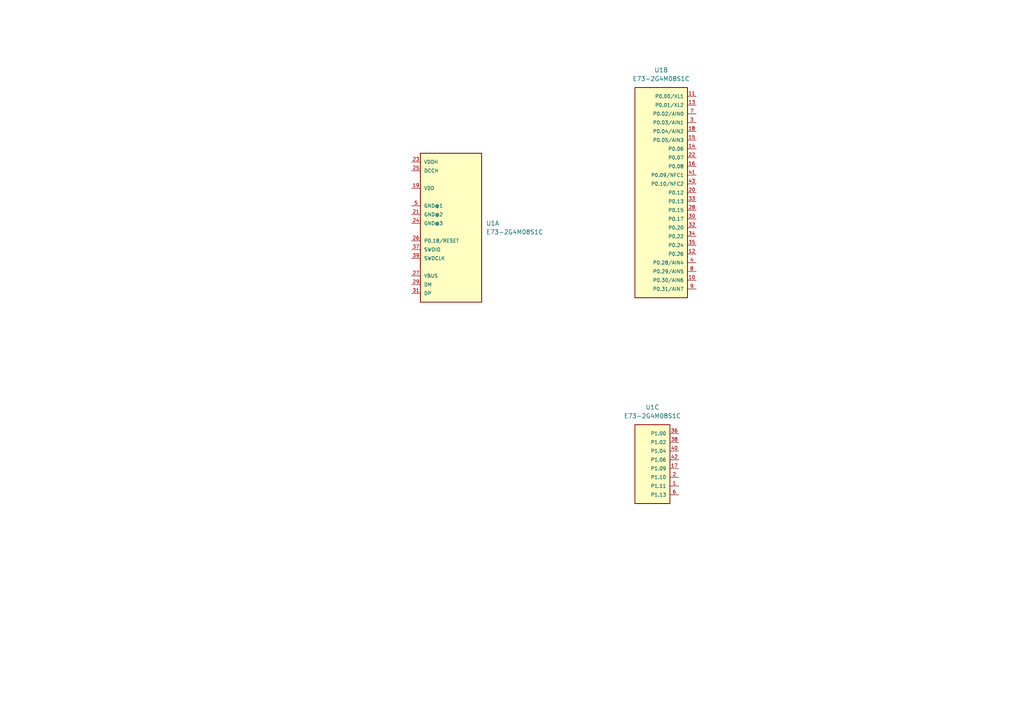
<source format=kicad_sch>
(kicad_sch (version 20230121) (generator eeschema)
  (paper "A4")
  (lib_symbols
    (symbol "E73-2G4M08S1C:E73-2G4M08S1C" (pin_names (offset 1.016))
      (property "Reference" "U" (at -15.24 20.32 0))
      (property "Value" "E73-2G4M08S1C" (at -15.24 -25.4 0))
      (symbol "E73-2G4M08S1C_1_0"
        (rectangle (start -15.24 -22.86) (end 2.54 20.32) (stroke (width 0.254)) (fill (type background)))
        (pin bidirectional line (at -17.78 10.16 0) (length 2.54) (name "VDD") (number "19"))
        (pin bidirectional line (at -17.78 2.54 0) (length 2.54) (name "GND@2") (number "21"))
        (pin bidirectional line (at -17.78 17.78 0) (length 2.54) (name "VDDH") (number "23"))
        (pin bidirectional line (at -17.78 0 0) (length 2.54) (name "GND@3") (number "24"))
        (pin bidirectional line (at -17.78 15.24 0) (length 2.54) (name "DCCH") (number "25"))
        (pin bidirectional line (at -17.78 -5.08 0) (length 2.54) (name "P0.18/RESET") (number "26"))
        (pin bidirectional line (at -17.78 -15.24 0) (length 2.54) (name "VBUS") (number "27"))
        (pin bidirectional line (at -17.78 -17.78 0) (length 2.54) (name "DM") (number "29"))
        (pin bidirectional line (at -17.78 -20.32 0) (length 2.54) (name "DP") (number "31"))
        (pin bidirectional line (at -17.78 -7.62 0) (length 2.54) (name "SWDIO") (number "37"))
        (pin bidirectional line (at -17.78 -10.16 0) (length 2.54) (name "SWDCLK") (number "39"))
        (pin bidirectional line (at -17.78 5.08 0) (length 2.54) (name "GND@1") (number "5"))
      )
      (symbol "E73-2G4M08S1C_2_0"
        (rectangle (start -5.08 -30.48) (end 10.16 30.48) (stroke (width 0.254)) (fill (type background)))
        (pin bidirectional line (at 12.7 -25.4 180) (length 2.54) (name "P0.30/AIN6") (number "10"))
        (pin bidirectional line (at 12.7 27.94 180) (length 2.54) (name "P0.00/XL1") (number "11"))
        (pin bidirectional line (at 12.7 -17.78 180) (length 2.54) (name "P0.26") (number "12"))
        (pin bidirectional line (at 12.7 25.4 180) (length 2.54) (name "P0.01/XL2") (number "13"))
        (pin bidirectional line (at 12.7 12.7 180) (length 2.54) (name "P0.06") (number "14"))
        (pin bidirectional line (at 12.7 15.24 180) (length 2.54) (name "P0.05/AIN3") (number "15"))
        (pin bidirectional line (at 12.7 7.62 180) (length 2.54) (name "P0.08") (number "16"))
        (pin bidirectional line (at 12.7 17.78 180) (length 2.54) (name "P0.04/AIN2") (number "18"))
        (pin bidirectional line (at 12.7 0 180) (length 2.54) (name "P0.12") (number "20"))
        (pin bidirectional line (at 12.7 10.16 180) (length 2.54) (name "P0.07") (number "22"))
        (pin bidirectional line (at 12.7 -5.08 180) (length 2.54) (name "P0.15") (number "28"))
        (pin bidirectional line (at 12.7 20.32 180) (length 2.54) (name "P0.03/AIN1") (number "3"))
        (pin bidirectional line (at 12.7 -7.62 180) (length 2.54) (name "P0.17") (number "30"))
        (pin bidirectional line (at 12.7 -10.16 180) (length 2.54) (name "P0.20") (number "32"))
        (pin bidirectional line (at 12.7 -2.54 180) (length 2.54) (name "P0.13") (number "33"))
        (pin bidirectional line (at 12.7 -12.7 180) (length 2.54) (name "P0.22") (number "34"))
        (pin bidirectional line (at 12.7 -15.24 180) (length 2.54) (name "P0.24") (number "35"))
        (pin bidirectional line (at 12.7 -20.32 180) (length 2.54) (name "P0.28/AIN4") (number "4"))
        (pin bidirectional line (at 12.7 5.08 180) (length 2.54) (name "P0.09/NFC1") (number "41"))
        (pin bidirectional line (at 12.7 2.54 180) (length 2.54) (name "P0.10/NFC2") (number "43"))
        (pin bidirectional line (at 12.7 22.86 180) (length 2.54) (name "P0.02/AIN0") (number "7"))
        (pin bidirectional line (at 12.7 -22.86 180) (length 2.54) (name "P0.29/AIN5") (number "8"))
        (pin bidirectional line (at 12.7 -27.94 180) (length 2.54) (name "P0.31/AIN7") (number "9"))
      )
      (symbol "E73-2G4M08S1C_3_0"
        (rectangle (start -2.54 -12.7) (end 7.62 10.16) (stroke (width 0.254)) (fill (type background)))
        (pin bidirectional line (at 10.16 -7.62 180) (length 2.54) (name "P1.11") (number "1"))
        (pin bidirectional line (at 10.16 -2.54 180) (length 2.54) (name "P1.09") (number "17"))
        (pin bidirectional line (at 10.16 -5.08 180) (length 2.54) (name "P1.10") (number "2"))
        (pin bidirectional line (at 10.16 7.62 180) (length 2.54) (name "P1.00") (number "36"))
        (pin bidirectional line (at 10.16 5.08 180) (length 2.54) (name "P1.02") (number "38"))
        (pin bidirectional line (at 10.16 2.54 180) (length 2.54) (name "P1.04") (number "40"))
        (pin bidirectional line (at 10.16 0 180) (length 2.54) (name "P1.06") (number "42"))
        (pin bidirectional line (at 10.16 -10.16 180) (length 2.54) (name "P1.13") (number "6"))
      )
    )
  )
  (symbol (lib_id "E73-2G4M08S1C:E73-2G4M08S1C") (at 137.16 64.77 0) (unit 1)
    (property "Reference" "U1" (at 140.97 64.77 0) (effects (justify left)))
    (property "Value" "E73-2G4M08S1C" (at 140.97 67.31 0) (effects (justify left)))
    (property "Footprint" "E73-2G4M08S1C:E73-2G4M08S1C" (effects hide))
    (property "MF" "EBYTE" (effects hide))
    (property "Description" "\nE73 series are wireless Bluetooth modules designed by Chengdu Ebyte which feature small size, low power consumption, built-in PCB antenna and IPX interface\n" (effects hide))
    (property "Package" "Package" (effects hide))
    (property "Price" "None" (effects hide))
    (property "SnapEDA_Link" "https://www.snapeda.com/parts/E73-2G4M08S1C/EBYTE/view-part/?ref=snap" (effects hide))
    (property "MP" "E73-2G4M08S1C" (effects hide))
    (property "Availability" "Not in stock" (effects hide))
    (property "Check_prices" "https://www.snapeda.com/parts/E73-2G4M08S1C/EBYTE/view-part/?ref=eda" (effects hide))
  )
  (symbol (lib_id "E73-2G4M08S1C:E73-2G4M08S1C") (at 186.69 133.35 0) (unit 3)
    (property "Reference" "U1" (at 189.23 118.11 0))
    (property "Value" "E73-2G4M08S1C" (at 189.23 120.65 0))
    (property "Footprint" "E73-2G4M08S1C:E73-2G4M08S1C" (effects hide))
    (property "MF" "EBYTE" (effects hide))
    (property "Description" "\nE73 series are wireless Bluetooth modules designed by Chengdu Ebyte which feature small size, low power consumption, built-in PCB antenna and IPX interface\n" (effects hide))
    (property "Package" "Package" (effects hide))
    (property "Price" "None" (effects hide))
    (property "SnapEDA_Link" "https://www.snapeda.com/parts/E73-2G4M08S1C/EBYTE/view-part/?ref=snap" (effects hide))
    (property "MP" "E73-2G4M08S1C" (effects hide))
    (property "Availability" "Not in stock" (effects hide))
    (property "Check_prices" "https://www.snapeda.com/parts/E73-2G4M08S1C/EBYTE/view-part/?ref=eda" (effects hide))
  )
  (symbol (lib_id "E73-2G4M08S1C:E73-2G4M08S1C") (at 189.23 55.88 0) (unit 2)
    (property "Reference" "U1" (at 191.77 20.32 0))
    (property "Value" "E73-2G4M08S1C" (at 191.77 22.86 0))
    (property "Footprint" "E73-2G4M08S1C:E73-2G4M08S1C" (effects hide))
    (property "MF" "EBYTE" (effects hide))
    (property "Description" "\nE73 series are wireless Bluetooth modules designed by Chengdu Ebyte which feature small size, low power consumption, built-in PCB antenna and IPX interface\n" (effects hide))
    (property "Package" "Package" (effects hide))
    (property "Price" "None" (effects hide))
    (property "SnapEDA_Link" "https://www.snapeda.com/parts/E73-2G4M08S1C/EBYTE/view-part/?ref=snap" (effects hide))
    (property "MP" "E73-2G4M08S1C" (effects hide))
    (property "Availability" "Not in stock" (effects hide))
    (property "Check_prices" "https://www.snapeda.com/parts/E73-2G4M08S1C/EBYTE/view-part/?ref=eda" (effects hide))
  )
)
</source>
